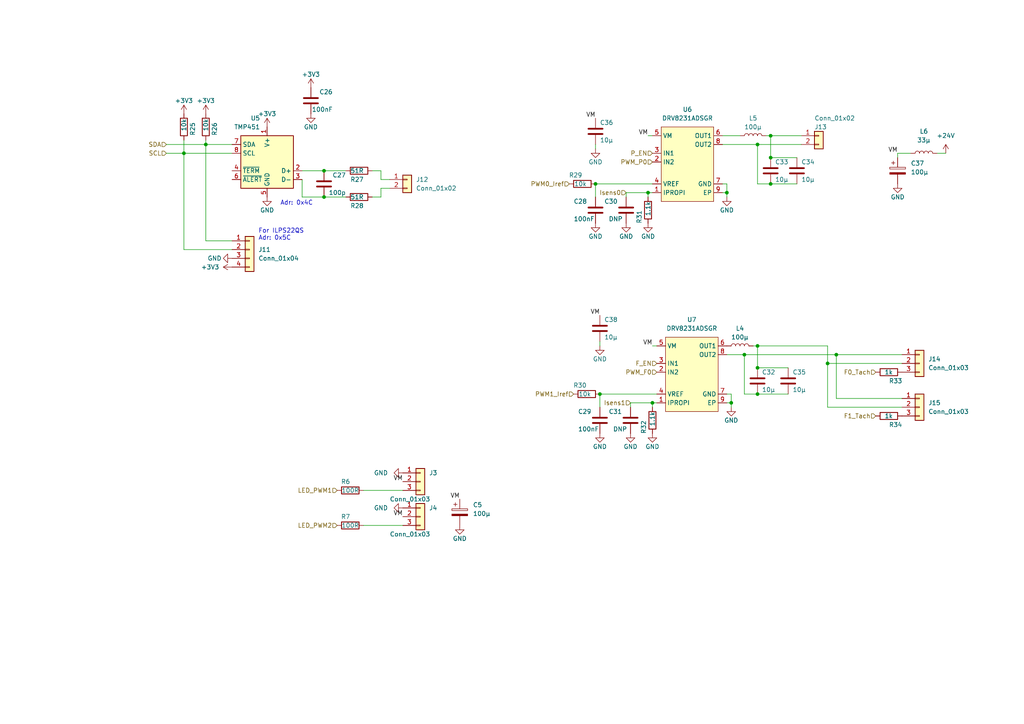
<source format=kicad_sch>
(kicad_sch (version 20230121) (generator eeschema)
  (paper "A4")
  (lib_symbols
    (symbol "Bergi:DRV8231ADSGR"
      (property "Reference" "U" (at -6.35 3.81 0))
      (property "Value" "DRV8231ADSGR" (at 0 -20.32 0))
      (symbol "DRV8231ADSGR_0_1"
        (rectangle (start -7.62 2.54) (end 7.62 -19.05) (fill (type background)))
      )
      (symbol "DRV8231ADSGR_1_1"
        (pin unspecified line (at -10.16 -16.51 0) (length 2.54) (name "IPROPI") (number "1"))
        (pin unspecified line (at -10.16 -7.62 0) (length 2.54) (name "IN2") (number "2"))
        (pin unspecified line (at -10.16 -5.08 0) (length 2.54) (name "IN1") (number "3"))
        (pin unspecified line (at -10.16 -13.97 0) (length 2.54) (name "VREF") (number "4"))
        (pin unspecified line (at -10.16 0 0) (length 2.54) (name "VM") (number "5"))
        (pin unspecified line (at 10.16 0 180) (length 2.54) (name "OUT1") (number "6"))
        (pin unspecified line (at 10.16 -13.97 180) (length 2.54) (name "GND") (number "7"))
        (pin unspecified line (at 10.16 -2.54 180) (length 2.54) (name "OUT2") (number "8"))
        (pin unspecified line (at 10.16 -16.51 180) (length 2.54) (name "EP") (number "9"))
      )
    )
    (symbol "Connector_Generic:Conn_01x02" (pin_names (offset 1.016) hide)
      (property "Reference" "J" (at 0 2.54 0))
      (property "Value" "Conn_01x02" (at 0 -5.08 0))
      (symbol "Conn_01x02_1_1"
        (rectangle (start -1.27 -2.413) (end 0 -2.667) (stroke (width 0.1524)))
        (rectangle (start -1.27 0.127) (end 0 -0.127) (stroke (width 0.1524)))
        (rectangle (start -1.27 1.27) (end 1.27 -3.81) (stroke (width 0.254)) (fill (type background)))
        (pin passive line (at -5.08 0 0) (length 3.81) (name "Pin_1") (number "1"))
        (pin passive line (at -5.08 -2.54 0) (length 3.81) (name "Pin_2") (number "2"))
      )
    )
    (symbol "Connector_Generic:Conn_01x03" (pin_names (offset 1.016) hide)
      (property "Reference" "J" (at 0 5.08 0))
      (property "Value" "Conn_01x03" (at 0 -5.08 0))
      (symbol "Conn_01x03_1_1"
        (rectangle (start -1.27 -2.413) (end 0 -2.667) (stroke (width 0.1524)))
        (rectangle (start -1.27 0.127) (end 0 -0.127) (stroke (width 0.1524)))
        (rectangle (start -1.27 2.667) (end 0 2.413) (stroke (width 0.1524)))
        (rectangle (start -1.27 3.81) (end 1.27 -3.81) (stroke (width 0.254)) (fill (type background)))
        (pin passive line (at -5.08 2.54 0) (length 3.81) (name "Pin_1") (number "1"))
        (pin passive line (at -5.08 0 0) (length 3.81) (name "Pin_2") (number "2"))
        (pin passive line (at -5.08 -2.54 0) (length 3.81) (name "Pin_3") (number "3"))
      )
    )
    (symbol "Connector_Generic:Conn_01x04" (pin_names (offset 1.016) hide)
      (property "Reference" "J" (at 0 5.08 0))
      (property "Value" "Conn_01x04" (at 0 -7.62 0))
      (symbol "Conn_01x04_1_1"
        (rectangle (start -1.27 -4.953) (end 0 -5.207) (stroke (width 0.1524)))
        (rectangle (start -1.27 -2.413) (end 0 -2.667) (stroke (width 0.1524)))
        (rectangle (start -1.27 0.127) (end 0 -0.127) (stroke (width 0.1524)))
        (rectangle (start -1.27 2.667) (end 0 2.413) (stroke (width 0.1524)))
        (rectangle (start -1.27 3.81) (end 1.27 -6.35) (stroke (width 0.254)) (fill (type background)))
        (pin passive line (at -5.08 2.54 0) (length 3.81) (name "Pin_1") (number "1"))
        (pin passive line (at -5.08 0 0) (length 3.81) (name "Pin_2") (number "2"))
        (pin passive line (at -5.08 -2.54 0) (length 3.81) (name "Pin_3") (number "3"))
        (pin passive line (at -5.08 -5.08 0) (length 3.81) (name "Pin_4") (number "4"))
      )
    )
    (symbol "Device:C" (pin_numbers hide) (pin_names (offset 0.254))
      (property "Reference" "C" (at 0.635 2.54 0))
      (property "Value" "C" (at 0.635 -2.54 0))
      (symbol "C_0_1"
        (polyline (pts (xy -2.032 -0.762) (xy 2.032 -0.762)) (stroke (width 0.508)))
        (polyline (pts (xy -2.032 0.762) (xy 2.032 0.762)) (stroke (width 0.508)))
      )
      (symbol "C_1_1"
        (pin passive line (at 0 3.81 270) (length 2.794) (name "~") (number "1"))
        (pin passive line (at 0 -3.81 90) (length 2.794) (name "~") (number "2"))
      )
    )
    (symbol "Device:C_Polarized" (pin_numbers hide) (pin_names (offset 0.254))
      (property "Reference" "C" (at 0.635 2.54 0))
      (property "Value" "C_Polarized" (at 0.635 -2.54 0))
      (symbol "C_Polarized_0_1"
        (rectangle (start -2.286 0.508) (end 2.286 1.016))
        (polyline (pts (xy -1.778 2.286) (xy -0.762 2.286)))
        (polyline (pts (xy -1.27 2.794) (xy -1.27 1.778)))
        (rectangle (start 2.286 -0.508) (end -2.286 -1.016) (fill (type outline)))
      )
      (symbol "C_Polarized_1_1"
        (pin passive line (at 0 3.81 270) (length 2.794) (name "~") (number "1"))
        (pin passive line (at 0 -3.81 90) (length 2.794) (name "~") (number "2"))
      )
    )
    (symbol "Device:L" (pin_numbers hide) (pin_names (offset 1.016) hide)
      (property "Reference" "L" (at -1.27 0 90))
      (property "Value" "L" (at 1.905 0 90))
      (symbol "L_0_1"
        (arc (start 0 -2.54) (mid 0.6323 -1.905) (end 0 -1.27))
        (arc (start 0 -1.27) (mid 0.6323 -0.635) (end 0 0))
        (arc (start 0 0) (mid 0.6323 0.635) (end 0 1.27))
        (arc (start 0 1.27) (mid 0.6323 1.905) (end 0 2.54))
      )
      (symbol "L_1_1"
        (pin passive line (at 0 3.81 270) (length 1.27) (name "1") (number "1"))
        (pin passive line (at 0 -3.81 90) (length 1.27) (name "2") (number "2"))
      )
    )
    (symbol "Device:R" (pin_numbers hide) (pin_names (offset 0))
      (property "Reference" "R" (at 2.032 0 90))
      (property "Value" "R" (at 0 0 90))
      (symbol "R_0_1"
        (rectangle (start -1.016 -2.54) (end 1.016 2.54) (stroke (width 0.254)))
      )
      (symbol "R_1_1"
        (pin passive line (at 0 3.81 270) (length 1.27) (name "~") (number "1"))
        (pin passive line (at 0 -3.81 90) (length 1.27) (name "~") (number "2"))
      )
    )
    (symbol "Sensor_Temperature:TMP411"
      (property "Reference" "U" (at -7.62 8.89 0))
      (property "Value" "TMP411" (at 1.27 8.89 0))
      (symbol "TMP411_0_1"
        (rectangle (start -7.62 7.62) (end 7.62 -7.62) (stroke (width 0.254)) (fill (type background)))
      )
      (symbol "TMP411_1_1"
        (pin power_in line (at 0 10.16 270) (length 2.54) (name "V+") (number "1"))
        (pin passive line (at -10.16 -2.54 0) (length 2.54) (name "D+") (number "2"))
        (pin passive line (at -10.16 -5.08 0) (length 2.54) (name "D-") (number "3"))
        (pin open_collector line (at 10.16 -2.54 180) (length 2.54) (name "~{TERM}") (number "4"))
        (pin power_in line (at 0 -10.16 90) (length 2.54) (name "GND") (number "5"))
        (pin open_collector line (at 10.16 -5.08 180) (length 2.54) (name "~{ALERT}") (number "6"))
        (pin bidirectional line (at 10.16 5.08 180) (length 2.54) (name "SDA") (number "7"))
        (pin input line (at 10.16 2.54 180) (length 2.54) (name "SCL") (number "8"))
      )
    )
    (symbol "power:+24V" (power) (pin_names (offset 0))
      (property "Value" "+24V" (at 0 3.556 0))
      (symbol "+24V_0_1"
        (polyline (pts (xy -0.762 1.27) (xy 0 2.54)))
        (polyline (pts (xy 0 0) (xy 0 2.54)))
        (polyline (pts (xy 0 2.54) (xy 0.762 1.27)))
      )
      (symbol "+24V_1_1"
        (pin power_in line (at 0 0 90) (length 0) hide (name "+24V") (number "1"))
      )
    )
    (symbol "power:+3V3" (power) (pin_names (offset 0))
      (property "Value" "+3V3" (at 0 3.556 0))
      (symbol "+3V3_0_1"
        (polyline (pts (xy -0.762 1.27) (xy 0 2.54)))
        (polyline (pts (xy 0 0) (xy 0 2.54)))
        (polyline (pts (xy 0 2.54) (xy 0.762 1.27)))
      )
      (symbol "+3V3_1_1"
        (pin power_in line (at 0 0 90) (length 0) hide (name "+3V3") (number "1"))
      )
    )
    (symbol "power:GND" (power) (pin_names (offset 0))
      (property "Value" "GND" (at 0 -3.81 0))
      (symbol "GND_0_1"
        (polyline (pts (xy 0 0) (xy 0 -1.27) (xy 1.27 -1.27) (xy 0 -2.54) (xy -1.27 -1.27) (xy 0 -1.27)))
      )
      (symbol "GND_1_1"
        (pin power_in line (at 0 0 270) (length 0) hide (name "GND") (number "1"))
      )
    )
  )
  (junction (at 219.71 106.68))
  (junction (at 93.98 49.53))
  (junction (at 219.71 114.3))
  (junction (at 172.72 53.34))
  (junction (at 212.09 116.84))
  (junction (at 219.71 100.33))
  (junction (at 215.9 102.87))
  (junction (at 223.52 39.37))
  (junction (at 219.71 41.91))
  (junction (at 53.34 44.45))
  (junction (at 242.57 102.87))
  (junction (at 210.82 55.88))
  (junction (at 240.03 105.41))
  (junction (at 93.98 57.15))
  (junction (at 189.23 116.84))
  (junction (at 223.52 45.72))
  (junction (at 223.52 53.34))
  (junction (at 173.99 114.3))
  (junction (at 187.96 55.88))
  (junction (at 59.69 41.91))
  (wire (pts (xy 53.34 72.39) (xy 53.34 44.45)))
  (wire (pts (xy 223.52 45.72) (xy 223.52 39.37)))
  (wire (pts (xy 210.82 55.88) (xy 209.55 55.88)))
  (wire (pts (xy 110.49 52.07) (xy 110.49 49.53)))
  (wire (pts (xy 240.03 100.33) (xy 240.03 105.41)))
  (wire (pts (xy 219.71 100.33) (xy 218.44 100.33)))
  (wire (pts (xy 219.71 106.68) (xy 219.71 100.33)))
  (wire (pts (xy 87.63 52.07) (xy 87.63 57.15)))
  (wire (pts (xy 223.52 39.37) (xy 222.25 39.37)))
  (wire (pts (xy 172.72 41.91) (xy 172.72 43.18)))
  (wire (pts (xy 240.03 105.41) (xy 261.62 105.41)))
  (wire (pts (xy 189.23 118.11) (xy 189.23 116.84)))
  (wire (pts (xy 187.96 55.88) (xy 189.23 55.88)))
  (wire (pts (xy 181.61 55.88) (xy 187.96 55.88)))
  (wire (pts (xy 219.71 114.3) (xy 215.9 114.3)))
  (wire (pts (xy 264.16 44.45) (xy 260.35 44.45)))
  (wire (pts (xy 172.72 53.34) (xy 172.72 57.15)))
  (wire (pts (xy 100.33 57.15) (xy 93.98 57.15)))
  (wire (pts (xy 173.99 99.06) (xy 173.99 100.33)))
  (wire (pts (xy 223.52 53.34) (xy 231.14 53.34)))
  (wire (pts (xy 210.82 53.34) (xy 210.82 55.88)))
  (wire (pts (xy 215.9 114.3) (xy 215.9 102.87)))
  (wire (pts (xy 271.78 44.45) (xy 274.32 44.45)))
  (wire (pts (xy 261.62 115.57) (xy 242.57 115.57)))
  (wire (pts (xy 105.41 142.24) (xy 116.84 142.24)))
  (wire (pts (xy 210.82 114.3) (xy 212.09 114.3)))
  (wire (pts (xy 181.61 57.15) (xy 181.61 55.88)))
  (wire (pts (xy 232.41 41.91) (xy 219.71 41.91)))
  (wire (pts (xy 212.09 116.84) (xy 210.82 116.84)))
  (wire (pts (xy 173.99 114.3) (xy 173.99 118.11)))
  (wire (pts (xy 187.96 57.15) (xy 187.96 55.88)))
  (wire (pts (xy 182.88 116.84) (xy 189.23 116.84)))
  (wire (pts (xy 87.63 57.15) (xy 93.98 57.15)))
  (wire (pts (xy 173.99 114.3) (xy 190.5 114.3)))
  (wire (pts (xy 240.03 118.11) (xy 240.03 105.41)))
  (wire (pts (xy 93.98 49.53) (xy 87.63 49.53)))
  (wire (pts (xy 219.71 41.91) (xy 209.55 41.91)))
  (wire (pts (xy 209.55 39.37) (xy 214.63 39.37)))
  (wire (pts (xy 242.57 115.57) (xy 242.57 102.87)))
  (wire (pts (xy 100.33 49.53) (xy 93.98 49.53)))
  (wire (pts (xy 113.03 52.07) (xy 110.49 52.07)))
  (wire (pts (xy 212.09 118.11) (xy 212.09 116.84)))
  (wire (pts (xy 59.69 69.85) (xy 59.69 41.91)))
  (wire (pts (xy 210.82 57.15) (xy 210.82 55.88)))
  (wire (pts (xy 219.71 53.34) (xy 219.71 41.91)))
  (wire (pts (xy 261.62 118.11) (xy 240.03 118.11)))
  (wire (pts (xy 219.71 100.33) (xy 240.03 100.33)))
  (wire (pts (xy 219.71 114.3) (xy 228.6 114.3)))
  (wire (pts (xy 53.34 44.45) (xy 67.31 44.45)))
  (wire (pts (xy 209.55 53.34) (xy 210.82 53.34)))
  (wire (pts (xy 212.09 114.3) (xy 212.09 116.84)))
  (wire (pts (xy 172.72 53.34) (xy 189.23 53.34)))
  (wire (pts (xy 260.35 44.45) (xy 260.35 45.72)))
  (wire (pts (xy 110.49 57.15) (xy 107.95 57.15)))
  (wire (pts (xy 189.23 100.33) (xy 190.5 100.33)))
  (wire (pts (xy 223.52 39.37) (xy 232.41 39.37)))
  (wire (pts (xy 67.31 69.85) (xy 59.69 69.85)))
  (wire (pts (xy 53.34 40.64) (xy 53.34 44.45)))
  (wire (pts (xy 242.57 102.87) (xy 261.62 102.87)))
  (wire (pts (xy 215.9 102.87) (xy 242.57 102.87)))
  (wire (pts (xy 182.88 118.11) (xy 182.88 116.84)))
  (wire (pts (xy 59.69 40.64) (xy 59.69 41.91)))
  (wire (pts (xy 67.31 72.39) (xy 53.34 72.39)))
  (wire (pts (xy 48.26 41.91) (xy 59.69 41.91)))
  (wire (pts (xy 113.03 54.61) (xy 110.49 54.61)))
  (wire (pts (xy 48.26 44.45) (xy 53.34 44.45)))
  (wire (pts (xy 59.69 41.91) (xy 67.31 41.91)))
  (wire (pts (xy 223.52 53.34) (xy 219.71 53.34)))
  (wire (pts (xy 187.96 39.37) (xy 189.23 39.37)))
  (wire (pts (xy 189.23 116.84) (xy 190.5 116.84)))
  (wire (pts (xy 110.49 49.53) (xy 107.95 49.53)))
  (wire (pts (xy 210.82 102.87) (xy 215.9 102.87)))
  (wire (pts (xy 219.71 106.68) (xy 228.6 106.68)))
  (wire (pts (xy 105.41 152.4) (xy 116.84 152.4)))
  (wire (pts (xy 110.49 54.61) (xy 110.49 57.15)))
  (wire (pts (xy 223.52 45.72) (xy 231.14 45.72)))
  (text "For ILPS22QS\nAdr: 0x5C" (at 74.93 69.85 0) (effects (font (size 1.27 1.27)) (justify left bottom)))
  (text "Adr: 0x4C" (at 81.28 59.69 0) (effects (font (size 1.27 1.27)) (justify left bottom)))
  (label "VM" (at 260.35 44.45 180))
  (label "VM" (at 133.35 144.78 180))
  (label "VM" (at 189.23 100.33 180))
  (label "VM" (at 173.99 91.44 180))
  (label "VM" (at 187.96 39.37 180))
  (label "VM" (at 116.84 139.7 180))
  (label "VM" (at 116.84 149.86 180))
  (label "VM" (at 172.72 34.29 180))
  (hierarchical_label "LED_PWM1" (shape input) (at 97.79 142.24 180))
  (hierarchical_label "SCL" (shape input) (at 48.26 44.45 180))
  (hierarchical_label "F_EN" (shape input) (at 190.5 105.41 180))
  (hierarchical_label "Isens0" (shape input) (at 181.61 55.88 180))
  (hierarchical_label "PWM_F0" (shape input) (at 190.5 107.95 180))
  (hierarchical_label "PWM1_Iref" (shape input) (at 166.37 114.3 180))
  (hierarchical_label "PWM0_Iref" (shape input) (at 165.1 53.34 180))
  (hierarchical_label "SDA" (shape input) (at 48.26 41.91 180))
  (hierarchical_label "Isens1" (shape input) (at 182.88 116.84 180))
  (hierarchical_label "PWM_P0" (shape input) (at 189.23 46.99 180))
  (hierarchical_label "P_EN" (shape input) (at 189.23 44.45 180))
  (hierarchical_label "F1_Tach" (shape input) (at 254 120.65 180))
  (hierarchical_label "F0_Tach" (shape input) (at 254 107.95 180))
  (hierarchical_label "LED_PWM2" (shape input) (at 97.79 152.4 180))
  (symbol (lib_id "power:GND") (at 260.35 53.34 0) (unit 1)
    (property "Reference" "#PWR097" (effects hide))
    (property "Value" "GND" (at 260.35 57.15 0))
  )
  (symbol (lib_id "Device:C") (at 90.17 29.21 0) (mirror y) (unit 1)
    (property "Reference" "C26" (at 96.52 26.67 0) (effects (justify left)))
    (property "Value" "100nF" (at 96.52 31.75 0) (effects (justify left)))
    (property "Footprint" "Capacitor_SMD:C_0603_1608Metric" (effects hide))
  )
  (symbol (lib_id "power:GND") (at 189.23 125.73 0) (unit 1)
    (property "Reference" "#PWR089" (effects hide))
    (property "Value" "GND" (at 189.23 129.54 0))
  )
  (symbol (lib_id "Device:C") (at 182.88 121.92 0) (unit 1)
    (property "Reference" "C31" (at 176.53 119.38 0) (effects (justify left)))
    (property "Value" "DNP" (at 177.8 124.46 0) (effects (justify left)))
    (property "Footprint" "Capacitor_SMD:C_0603_1608Metric" (effects hide))
  )
  (symbol (lib_id "power:GND") (at 172.72 43.18 0) (unit 1)
    (property "Reference" "#PWR096" (effects hide))
    (property "Value" "GND" (at 172.72 46.99 0))
  )
  (symbol (lib_id "Connector_Generic:Conn_01x02") (at 237.49 39.37 0) (unit 1)
    (property "Reference" "J13" (at 236.22 36.83 0) (effects (justify left)))
    (property "Value" "Conn_01x02" (at 236.22 34.29 0) (effects (justify left)))
    (property "Footprint" "Connector_Molex:Molex_KK-254_AE-6410-02A_1x02_P2.54mm_Vertical" (effects hide))
  )
  (symbol (lib_id "Device:R") (at 257.81 107.95 90) (unit 1)
    (property "Reference" "R33" (at 257.81 110.49 90) (effects (justify right)))
    (property "Value" "1k" (at 256.54 107.95 90) (effects (justify right)))
    (property "Footprint" "Resistor_SMD:R_0603_1608Metric" (effects hide))
  )
  (symbol (lib_id "Device:L") (at 214.63 100.33 90) (unit 1)
    (property "Reference" "L4" (at 214.63 95.25 90))
    (property "Value" "100µ" (at 214.63 97.79 90))
    (property "Footprint" "Inductor_SMD:L_12x12mm_H8mm" (effects hide))
  )
  (symbol (lib_id "Bergi:DRV8231ADSGR") (at 200.66 100.33 0) (unit 1)
    (property "Reference" "U7" (at 200.66 92.71 0))
    (property "Value" "DRV8231ADSGR" (at 200.66 95.25 0))
    (property "Footprint" "Package_SON:WSON-8-1EP_2x2mm_P0.5mm_EP0.9x1.6mm" (effects hide))
  )
  (symbol (lib_id "Device:L") (at 267.97 44.45 90) (unit 1)
    (property "Reference" "L6" (at 267.97 38.1 90))
    (property "Value" "33µ" (at 267.97 40.64 90))
    (property "Footprint" "Inductor_SMD:L_12x12mm_H8mm" (effects hide))
  )
  (symbol (lib_id "power:+3V3") (at 67.31 77.47 90) (mirror x) (unit 1)
    (property "Reference" "#PWR079" (effects hide))
    (property "Value" "+3V3" (at 60.96 77.47 90))
  )
  (symbol (lib_id "Device:R") (at 101.6 152.4 270) (unit 1)
    (property "Reference" "R7" (at 101.6 149.86 90) (effects (justify right)))
    (property "Value" "100R" (at 104.14 152.4 90) (effects (justify right)))
    (property "Footprint" "Resistor_SMD:R_0603_1608Metric" (effects hide))
  )
  (symbol (lib_id "Device:R") (at 189.23 121.92 0) (unit 1)
    (property "Reference" "R32" (at 186.69 121.92 90) (effects (justify right)))
    (property "Value" "1.1k" (at 189.23 119.38 90) (effects (justify right)))
    (property "Footprint" "Resistor_SMD:R_0603_1608Metric" (effects hide))
  )
  (symbol (lib_id "power:GND") (at 173.99 125.73 0) (unit 1)
    (property "Reference" "#PWR085" (effects hide))
    (property "Value" "GND" (at 173.99 129.54 0))
  )
  (symbol (lib_id "Device:R") (at 168.91 53.34 270) (unit 1)
    (property "Reference" "R29" (at 168.91 50.8 90) (effects (justify right)))
    (property "Value" "10k" (at 170.18 53.34 90) (effects (justify right)))
    (property "Footprint" "Resistor_SMD:R_0603_1608Metric" (effects hide))
  )
  (symbol (lib_id "power:GND") (at 182.88 125.73 0) (unit 1)
    (property "Reference" "#PWR087" (effects hide))
    (property "Value" "GND" (at 182.88 129.54 0))
  )
  (symbol (lib_id "power:GND") (at 67.31 74.93 270) (mirror x) (unit 1)
    (property "Reference" "#PWR078" (effects hide))
    (property "Value" "GND" (at 62.23 74.93 90))
  )
  (symbol (lib_id "Connector_Generic:Conn_01x04") (at 72.39 72.39 0) (unit 1)
    (property "Reference" "J11" (at 74.93 72.3899 0) (effects (justify left)))
    (property "Value" "Conn_01x04" (at 74.93 74.9299 0) (effects (justify left)))
    (property "Footprint" "Connector_JST:JST_EH_B4B-EH-A_1x04_P2.50mm_Vertical" (effects hide))
  )
  (symbol (lib_id "power:+3V3") (at 90.17 25.4 0) (mirror y) (unit 1)
    (property "Reference" "#PWR082" (effects hide))
    (property "Value" "+3V3" (at 90.17 21.59 0))
  )
  (symbol (lib_id "Device:C_Polarized") (at 260.35 49.53 0) (unit 1)
    (property "Reference" "C37" (at 264.16 47.3709 0) (effects (justify left)))
    (property "Value" "100µ" (at 264.16 49.9109 0) (effects (justify left)))
    (property "Footprint" "Capacitor_THT:CP_Radial_D6.3mm_P2.50mm" (effects hide))
  )
  (symbol (lib_id "power:GND") (at 212.09 118.11 0) (unit 1)
    (property "Reference" "#PWR091" (effects hide))
    (property "Value" "GND" (at 212.09 121.92 0))
  )
  (symbol (lib_id "Connector_Generic:Conn_01x03") (at 121.92 149.86 0) (unit 1)
    (property "Reference" "J4" (at 124.46 147.32 0) (effects (justify left)))
    (property "Value" "Conn_01x03" (at 113.03 154.94 0) (effects (justify left)))
    (property "Footprint" "Connector_Molex:Molex_KK-254_AE-6410-03A_1x03_P2.54mm_Vertical" (effects hide))
  )
  (symbol (lib_id "Sensor_Temperature:TMP411") (at 77.47 46.99 0) (mirror y) (unit 1)
    (property "Reference" "U5" (at 75.4506 34.29 0) (effects (justify left)))
    (property "Value" "TMP451" (at 75.4506 36.83 0) (effects (justify left)))
    (property "Footprint" "Bergi:TI_WSON8_2x2mm_noEP" (effects hide))
    (property "Datasheet" "http://www.ti.com.cn/cn/lit/ds/symlink/tmp411.pdf" (effects hide))
  )
  (symbol (lib_id "Device:C") (at 173.99 95.25 180) (unit 1)
    (property "Reference" "C38" (at 175.26 92.71 0) (effects (justify right)))
    (property "Value" "10µ" (at 175.26 97.79 0) (effects (justify right)))
    (property "Footprint" "Capacitor_SMD:C_1210_3225Metric" (effects hide))
  )
  (symbol (lib_id "Connector_Generic:Conn_01x03") (at 266.7 105.41 0) (unit 1)
    (property "Reference" "J14" (at 269.24 104.1399 0) (effects (justify left)))
    (property "Value" "Conn_01x03" (at 269.24 106.6799 0) (effects (justify left)))
    (property "Footprint" "Connector_Molex:Molex_KK-254_AE-6410-03A_1x03_P2.54mm_Vertical" (effects hide))
  )
  (symbol (lib_id "power:GND") (at 210.82 57.15 0) (unit 1)
    (property "Reference" "#PWR090" (effects hide))
    (property "Value" "GND" (at 210.82 60.96 0))
  )
  (symbol (lib_id "Device:R") (at 53.34 36.83 0) (mirror y) (unit 1)
    (property "Reference" "R25" (at 55.88 39.37 90) (effects (justify left)))
    (property "Value" "10k" (at 53.34 38.1 90) (effects (justify left)))
    (property "Footprint" "Resistor_SMD:R_0603_1608Metric" (effects hide))
  )
  (symbol (lib_id "Device:R") (at 101.6 142.24 270) (unit 1)
    (property "Reference" "R6" (at 101.6 139.7 90) (effects (justify right)))
    (property "Value" "100R" (at 104.14 142.24 90) (effects (justify right)))
    (property "Footprint" "Resistor_SMD:R_0603_1608Metric" (effects hide))
  )
  (symbol (lib_id "power:+3V3") (at 59.69 33.02 0) (mirror y) (unit 1)
    (property "Reference" "#PWR077" (effects hide))
    (property "Value" "+3V3" (at 59.69 29.21 0))
  )
  (symbol (lib_id "power:+3V3") (at 53.34 33.02 0) (mirror y) (unit 1)
    (property "Reference" "#PWR076" (effects hide))
    (property "Value" "+3V3" (at 53.34 29.21 0))
  )
  (symbol (lib_id "Connector_Generic:Conn_01x03") (at 121.92 139.7 0) (unit 1)
    (property "Reference" "J3" (at 124.46 137.16 0) (effects (justify left)))
    (property "Value" "Conn_01x03" (at 113.03 144.78 0) (effects (justify left)))
    (property "Footprint" "Connector_Molex:Molex_KK-254_AE-6410-03A_1x03_P2.54mm_Vertical" (effects hide))
  )
  (symbol (lib_id "Device:C") (at 172.72 38.1 180) (unit 1)
    (property "Reference" "C36" (at 173.99 35.56 0) (effects (justify right)))
    (property "Value" "10µ" (at 173.99 40.64 0) (effects (justify right)))
    (property "Footprint" "Capacitor_SMD:C_1210_3225Metric" (effects hide))
  )
  (symbol (lib_id "Device:R") (at 104.14 57.15 270) (mirror x) (unit 1)
    (property "Reference" "R28" (at 101.6 59.69 90) (effects (justify left)))
    (property "Value" "51R" (at 101.6 57.15 90) (effects (justify left)))
    (property "Footprint" "Resistor_SMD:R_0603_1608Metric" (effects hide))
  )
  (symbol (lib_id "power:GND") (at 187.96 64.77 0) (unit 1)
    (property "Reference" "#PWR088" (effects hide))
    (property "Value" "GND" (at 187.96 68.58 0))
  )
  (symbol (lib_id "Device:C") (at 93.98 53.34 0) (mirror y) (unit 1)
    (property "Reference" "C27" (at 100.33 50.8 0) (effects (justify left)))
    (property "Value" "100p" (at 100.33 55.88 0) (effects (justify left)))
    (property "Footprint" "Capacitor_SMD:C_0603_1608Metric" (effects hide))
  )
  (symbol (lib_id "Device:C") (at 173.99 121.92 0) (unit 1)
    (property "Reference" "C29" (at 167.64 119.38 0) (effects (justify left)))
    (property "Value" "100nF" (at 167.64 124.46 0) (effects (justify left)))
    (property "Footprint" "Capacitor_SMD:C_0603_1608Metric" (effects hide))
  )
  (symbol (lib_id "power:+3V3") (at 77.47 36.83 0) (mirror y) (unit 1)
    (property "Reference" "#PWR080" (effects hide))
    (property "Value" "+3V3" (at 77.47 33.02 0))
  )
  (symbol (lib_id "Connector_Generic:Conn_01x03") (at 266.7 118.11 0) (unit 1)
    (property "Reference" "J15" (at 269.24 116.8399 0) (effects (justify left)))
    (property "Value" "Conn_01x03" (at 269.24 119.3799 0) (effects (justify left)))
    (property "Footprint" "Connector_Molex:Molex_KK-254_AE-6410-03A_1x03_P2.54mm_Vertical" (effects hide))
  )
  (symbol (lib_id "power:+24V") (at 274.32 44.45 0) (unit 1)
    (property "Reference" "#PWR098" (effects hide))
    (property "Value" "+24V" (at 274.32 39.37 0))
  )
  (symbol (lib_id "Device:R") (at 257.81 120.65 90) (unit 1)
    (property "Reference" "R34" (at 257.81 123.19 90) (effects (justify right)))
    (property "Value" "1k" (at 256.54 120.65 90) (effects (justify right)))
    (property "Footprint" "Resistor_SMD:R_0603_1608Metric" (effects hide))
  )
  (symbol (lib_id "Device:C") (at 172.72 60.96 0) (unit 1)
    (property "Reference" "C28" (at 166.37 58.42 0) (effects (justify left)))
    (property "Value" "100nF" (at 166.37 63.5 0) (effects (justify left)))
    (property "Footprint" "Capacitor_SMD:C_0603_1608Metric" (effects hide))
  )
  (symbol (lib_id "Device:L") (at 218.44 39.37 90) (unit 1)
    (property "Reference" "L5" (at 218.44 34.29 90))
    (property "Value" "100µ" (at 218.44 36.83 90))
    (property "Footprint" "Inductor_SMD:L_12x12mm_H8mm" (effects hide))
  )
  (symbol (lib_id "Device:C") (at 223.52 49.53 180) (unit 1)
    (property "Reference" "C33" (at 224.79 46.99 0) (effects (justify right)))
    (property "Value" "10µ" (at 224.79 52.07 0) (effects (justify right)))
    (property "Footprint" "Capacitor_SMD:C_1210_3225Metric" (effects hide))
  )
  (symbol (lib_id "power:GND") (at 172.72 64.77 0) (unit 1)
    (property "Reference" "#PWR084" (effects hide))
    (property "Value" "GND" (at 172.72 68.58 0))
  )
  (symbol (lib_id "Connector_Generic:Conn_01x02") (at 118.11 52.07 0) (unit 1)
    (property "Reference" "J12" (at 120.65 52.0699 0) (effects (justify left)))
    (property "Value" "Conn_01x02" (at 120.65 54.6099 0) (effects (justify left)))
    (property "Footprint" "Connector_JST:JST_EH_B2B-EH-A_1x02_P2.50mm_Vertical" (effects hide))
  )
  (symbol (lib_id "power:GND") (at 173.99 100.33 0) (unit 1)
    (property "Reference" "#PWR020" (effects hide))
    (property "Value" "GND" (at 173.99 104.14 0))
  )
  (symbol (lib_id "Device:C_Polarized") (at 133.35 148.59 0) (unit 1)
    (property "Reference" "C5" (at 137.16 146.4309 0) (effects (justify left)))
    (property "Value" "100µ" (at 137.16 148.9709 0) (effects (justify left)))
    (property "Footprint" "Capacitor_THT:CP_Radial_D6.3mm_P2.50mm" (effects hide))
  )
  (symbol (lib_id "Device:C") (at 181.61 60.96 0) (unit 1)
    (property "Reference" "C30" (at 175.26 58.42 0) (effects (justify left)))
    (property "Value" "DNP" (at 176.53 63.5 0) (effects (justify left)))
    (property "Footprint" "Capacitor_SMD:C_0603_1608Metric" (effects hide))
  )
  (symbol (lib_id "Device:C") (at 219.71 110.49 180) (unit 1)
    (property "Reference" "C32" (at 220.98 107.95 0) (effects (justify right)))
    (property "Value" "10µ" (at 220.98 113.03 0) (effects (justify right)))
    (property "Footprint" "Capacitor_SMD:C_1210_3225Metric" (effects hide))
  )
  (symbol (lib_id "power:GND") (at 181.61 64.77 0) (unit 1)
    (property "Reference" "#PWR086" (effects hide))
    (property "Value" "GND" (at 181.61 68.58 0))
  )
  (symbol (lib_id "Device:R") (at 170.18 114.3 270) (unit 1)
    (property "Reference" "R30" (at 170.18 111.76 90) (effects (justify right)))
    (property "Value" "10k" (at 171.45 114.3 90) (effects (justify right)))
    (property "Footprint" "Resistor_SMD:R_0603_1608Metric" (effects hide))
  )
  (symbol (lib_id "power:GND") (at 116.84 147.32 270) (unit 1)
    (property "Reference" "#PWR021" (effects hide))
    (property "Value" "GND" (at 110.49 147.32 90))
  )
  (symbol (lib_id "Device:C") (at 231.14 49.53 180) (unit 1)
    (property "Reference" "C34" (at 232.41 46.99 0) (effects (justify right)))
    (property "Value" "10µ" (at 232.41 52.07 0) (effects (justify right)))
    (property "Footprint" "Capacitor_SMD:C_1210_3225Metric" (effects hide))
  )
  (symbol (lib_id "Device:R") (at 187.96 60.96 0) (unit 1)
    (property "Reference" "R31" (at 185.42 60.96 90) (effects (justify right)))
    (property "Value" "1.1k" (at 187.96 58.42 90) (effects (justify right)))
    (property "Footprint" "Resistor_SMD:R_0603_1608Metric" (effects hide))
  )
  (symbol (lib_id "power:GND") (at 90.17 33.02 0) (mirror y) (unit 1)
    (property "Reference" "#PWR083" (effects hide))
    (property "Value" "GND" (at 90.17 36.83 0))
  )
  (symbol (lib_id "Bergi:DRV8231ADSGR") (at 199.39 39.37 0) (unit 1)
    (property "Reference" "U6" (at 199.39 31.75 0))
    (property "Value" "DRV8231ADSGR" (at 199.39 34.29 0))
    (property "Footprint" "Package_SON:WSON-8-1EP_2x2mm_P0.5mm_EP0.9x1.6mm" (effects hide))
  )
  (symbol (lib_id "Device:R") (at 59.69 36.83 0) (mirror y) (unit 1)
    (property "Reference" "R26" (at 62.23 39.37 90) (effects (justify left)))
    (property "Value" "10k" (at 59.69 38.1 90) (effects (justify left)))
    (property "Footprint" "Resistor_SMD:R_0603_1608Metric" (effects hide))
  )
  (symbol (lib_id "Device:R") (at 104.14 49.53 270) (mirror x) (unit 1)
    (property "Reference" "R27" (at 101.6 52.07 90) (effects (justify left)))
    (property "Value" "51R" (at 101.6 49.53 90) (effects (justify left)))
    (property "Footprint" "Resistor_SMD:R_0603_1608Metric" (effects hide))
  )
  (symbol (lib_id "power:GND") (at 116.84 137.16 270) (unit 1)
    (property "Reference" "#PWR019" (effects hide))
    (property "Value" "GND" (at 110.49 137.16 90))
  )
  (symbol (lib_id "power:GND") (at 77.47 57.15 0) (mirror y) (unit 1)
    (property "Reference" "#PWR081" (effects hide))
    (property "Value" "GND" (at 77.47 60.96 0))
  )
  (symbol (lib_id "Device:C") (at 228.6 110.49 180) (unit 1)
    (property "Reference" "C35" (at 229.87 107.95 0) (effects (justify right)))
    (property "Value" "10µ" (at 229.87 113.03 0) (effects (justify right)))
    (property "Footprint" "Capacitor_SMD:C_1210_3225Metric" (effects hide))
  )
  (symbol (lib_id "power:GND") (at 133.35 152.4 0) (unit 1)
    (property "Reference" "#PWR026" (effects hide))
    (property "Value" "GND" (at 133.35 156.21 0))
  )
)
</source>
